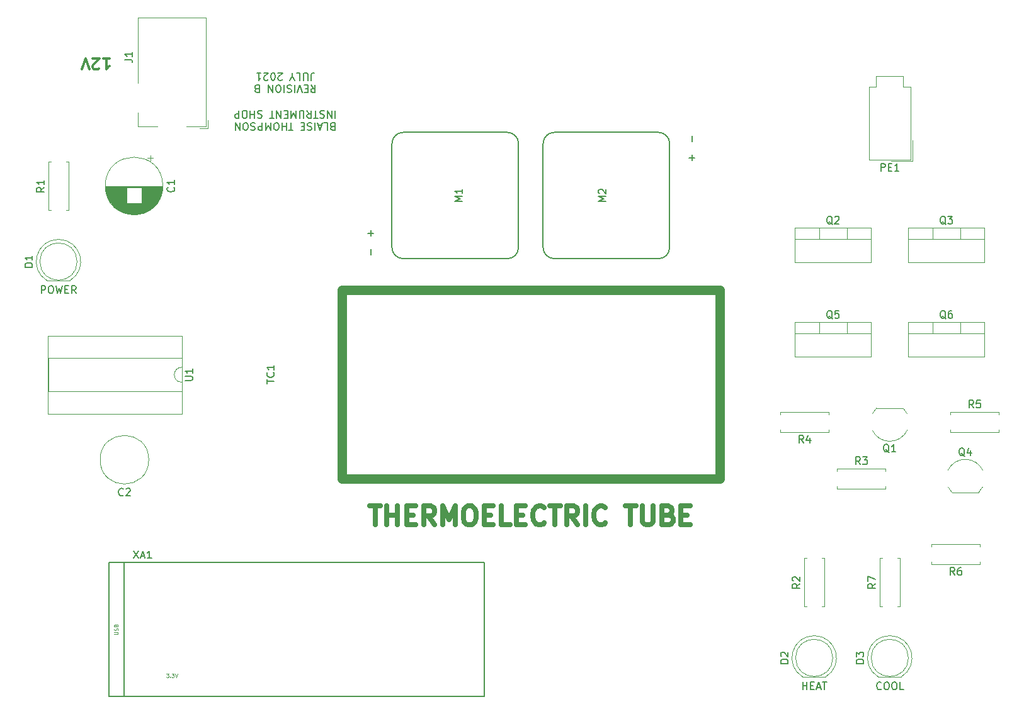
<source format=gbr>
From 9eb725941ec03b716ec8aa3311772bf98f978461 Mon Sep 17 00:00:00 2001
From: Blaise Thompson <blaise@untzag.com>
Date: Tue, 27 Jul 2021 17:01:50 -0500
Subject: LICENSE

---
 PCB/gerber/thermoelectric-tube-F_SilkS.gbr | 2170 ----------------------------
 1 file changed, 2170 deletions(-)
 delete mode 100644 PCB/gerber/thermoelectric-tube-F_SilkS.gbr

(limited to 'PCB/gerber/thermoelectric-tube-F_SilkS.gbr')

diff --git a/PCB/gerber/thermoelectric-tube-F_SilkS.gbr b/PCB/gerber/thermoelectric-tube-F_SilkS.gbr
deleted file mode 100644
index 43f67ee..0000000
--- a/PCB/gerber/thermoelectric-tube-F_SilkS.gbr
+++ /dev/null
@@ -1,2170 +0,0 @@
-G04 #@! TF.GenerationSoftware,KiCad,Pcbnew,5.1.8+dfsg1-1+b1*
-G04 #@! TF.CreationDate,2021-07-27T16:42:41-05:00*
-G04 #@! TF.ProjectId,thermoelectric-tube,74686572-6d6f-4656-9c65-63747269632d,B*
-G04 #@! TF.SameCoordinates,Original*
-G04 #@! TF.FileFunction,Legend,Top*
-G04 #@! TF.FilePolarity,Positive*
-%FSLAX46Y46*%
-G04 Gerber Fmt 4.6, Leading zero omitted, Abs format (unit mm)*
-G04 Created by KiCad (PCBNEW 5.1.8+dfsg1-1+b1) date 2021-07-27 16:42:41*
-%MOMM*%
-%LPD*%
-G01*
-G04 APERTURE LIST*
-%ADD10C,0.635000*%
-%ADD11C,0.150000*%
-%ADD12C,0.300000*%
-%ADD13C,1.270000*%
-%ADD14C,0.120000*%
-%ADD15C,0.075000*%
-G04 APERTURE END LIST*
-D10*
-X92649523Y-105289047D02*
-X94100952Y-105289047D01*
-X93375238Y-107829047D02*
-X93375238Y-105289047D01*
-X94947619Y-107829047D02*
-X94947619Y-105289047D01*
-X94947619Y-106498571D02*
-X96399047Y-106498571D01*
-X96399047Y-107829047D02*
-X96399047Y-105289047D01*
-X97608571Y-106498571D02*
-X98455238Y-106498571D01*
-X98818095Y-107829047D02*
-X97608571Y-107829047D01*
-X97608571Y-105289047D01*
-X98818095Y-105289047D01*
-X101358095Y-107829047D02*
-X100511428Y-106619523D01*
-X99906666Y-107829047D02*
-X99906666Y-105289047D01*
-X100874285Y-105289047D01*
-X101116190Y-105410000D01*
-X101237142Y-105530952D01*
-X101358095Y-105772857D01*
-X101358095Y-106135714D01*
-X101237142Y-106377619D01*
-X101116190Y-106498571D01*
-X100874285Y-106619523D01*
-X99906666Y-106619523D01*
-X102446666Y-107829047D02*
-X102446666Y-105289047D01*
-X103293333Y-107103333D01*
-X104140000Y-105289047D01*
-X104140000Y-107829047D01*
-X105833333Y-105289047D02*
-X106317142Y-105289047D01*
-X106559047Y-105410000D01*
-X106800952Y-105651904D01*
-X106921904Y-106135714D01*
-X106921904Y-106982380D01*
-X106800952Y-107466190D01*
-X106559047Y-107708095D01*
-X106317142Y-107829047D01*
-X105833333Y-107829047D01*
-X105591428Y-107708095D01*
-X105349523Y-107466190D01*
-X105228571Y-106982380D01*
-X105228571Y-106135714D01*
-X105349523Y-105651904D01*
-X105591428Y-105410000D01*
-X105833333Y-105289047D01*
-X108010476Y-106498571D02*
-X108857142Y-106498571D01*
-X109220000Y-107829047D02*
-X108010476Y-107829047D01*
-X108010476Y-105289047D01*
-X109220000Y-105289047D01*
-X111518095Y-107829047D02*
-X110308571Y-107829047D01*
-X110308571Y-105289047D01*
-X112364761Y-106498571D02*
-X113211428Y-106498571D01*
-X113574285Y-107829047D02*
-X112364761Y-107829047D01*
-X112364761Y-105289047D01*
-X113574285Y-105289047D01*
-X116114285Y-107587142D02*
-X115993333Y-107708095D01*
-X115630476Y-107829047D01*
-X115388571Y-107829047D01*
-X115025714Y-107708095D01*
-X114783809Y-107466190D01*
-X114662857Y-107224285D01*
-X114541904Y-106740476D01*
-X114541904Y-106377619D01*
-X114662857Y-105893809D01*
-X114783809Y-105651904D01*
-X115025714Y-105410000D01*
-X115388571Y-105289047D01*
-X115630476Y-105289047D01*
-X115993333Y-105410000D01*
-X116114285Y-105530952D01*
-X116840000Y-105289047D02*
-X118291428Y-105289047D01*
-X117565714Y-107829047D02*
-X117565714Y-105289047D01*
-X120589523Y-107829047D02*
-X119742857Y-106619523D01*
-X119138095Y-107829047D02*
-X119138095Y-105289047D01*
-X120105714Y-105289047D01*
-X120347619Y-105410000D01*
-X120468571Y-105530952D01*
-X120589523Y-105772857D01*
-X120589523Y-106135714D01*
-X120468571Y-106377619D01*
-X120347619Y-106498571D01*
-X120105714Y-106619523D01*
-X119138095Y-106619523D01*
-X121678095Y-107829047D02*
-X121678095Y-105289047D01*
-X124339047Y-107587142D02*
-X124218095Y-107708095D01*
-X123855238Y-107829047D01*
-X123613333Y-107829047D01*
-X123250476Y-107708095D01*
-X123008571Y-107466190D01*
-X122887619Y-107224285D01*
-X122766666Y-106740476D01*
-X122766666Y-106377619D01*
-X122887619Y-105893809D01*
-X123008571Y-105651904D01*
-X123250476Y-105410000D01*
-X123613333Y-105289047D01*
-X123855238Y-105289047D01*
-X124218095Y-105410000D01*
-X124339047Y-105530952D01*
-X127000000Y-105289047D02*
-X128451428Y-105289047D01*
-X127725714Y-107829047D02*
-X127725714Y-105289047D01*
-X129298095Y-105289047D02*
-X129298095Y-107345238D01*
-X129419047Y-107587142D01*
-X129540000Y-107708095D01*
-X129781904Y-107829047D01*
-X130265714Y-107829047D01*
-X130507619Y-107708095D01*
-X130628571Y-107587142D01*
-X130749523Y-107345238D01*
-X130749523Y-105289047D01*
-X132805714Y-106498571D02*
-X133168571Y-106619523D01*
-X133289523Y-106740476D01*
-X133410476Y-106982380D01*
-X133410476Y-107345238D01*
-X133289523Y-107587142D01*
-X133168571Y-107708095D01*
-X132926666Y-107829047D01*
-X131959047Y-107829047D01*
-X131959047Y-105289047D01*
-X132805714Y-105289047D01*
-X133047619Y-105410000D01*
-X133168571Y-105530952D01*
-X133289523Y-105772857D01*
-X133289523Y-106014761D01*
-X133168571Y-106256666D01*
-X133047619Y-106377619D01*
-X132805714Y-106498571D01*
-X131959047Y-106498571D01*
-X134499047Y-106498571D02*
-X135345714Y-106498571D01*
-X135708571Y-107829047D02*
-X134499047Y-107829047D01*
-X134499047Y-105289047D01*
-X135708571Y-105289047D01*
-D11*
-X87613333Y-54236428D02*
-X87470476Y-54188809D01*
-X87422857Y-54141190D01*
-X87375238Y-54045952D01*
-X87375238Y-53903095D01*
-X87422857Y-53807857D01*
-X87470476Y-53760238D01*
-X87565714Y-53712619D01*
-X87946666Y-53712619D01*
-X87946666Y-54712619D01*
-X87613333Y-54712619D01*
-X87518095Y-54665000D01*
-X87470476Y-54617380D01*
-X87422857Y-54522142D01*
-X87422857Y-54426904D01*
-X87470476Y-54331666D01*
-X87518095Y-54284047D01*
-X87613333Y-54236428D01*
-X87946666Y-54236428D01*
-X86470476Y-53712619D02*
-X86946666Y-53712619D01*
-X86946666Y-54712619D01*
-X86184761Y-53998333D02*
-X85708571Y-53998333D01*
-X86280000Y-53712619D02*
-X85946666Y-54712619D01*
-X85613333Y-53712619D01*
-X85280000Y-53712619D02*
-X85280000Y-54712619D01*
-X84851428Y-53760238D02*
-X84708571Y-53712619D01*
-X84470476Y-53712619D01*
-X84375238Y-53760238D01*
-X84327619Y-53807857D01*
-X84280000Y-53903095D01*
-X84280000Y-53998333D01*
-X84327619Y-54093571D01*
-X84375238Y-54141190D01*
-X84470476Y-54188809D01*
-X84660952Y-54236428D01*
-X84756190Y-54284047D01*
-X84803809Y-54331666D01*
-X84851428Y-54426904D01*
-X84851428Y-54522142D01*
-X84803809Y-54617380D01*
-X84756190Y-54665000D01*
-X84660952Y-54712619D01*
-X84422857Y-54712619D01*
-X84280000Y-54665000D01*
-X83851428Y-54236428D02*
-X83518095Y-54236428D01*
-X83375238Y-53712619D02*
-X83851428Y-53712619D01*
-X83851428Y-54712619D01*
-X83375238Y-54712619D01*
-X82327619Y-54712619D02*
-X81756190Y-54712619D01*
-X82041904Y-53712619D02*
-X82041904Y-54712619D01*
-X81422857Y-53712619D02*
-X81422857Y-54712619D01*
-X81422857Y-54236428D02*
-X80851428Y-54236428D01*
-X80851428Y-53712619D02*
-X80851428Y-54712619D01*
-X80184761Y-54712619D02*
-X79994285Y-54712619D01*
-X79899047Y-54665000D01*
-X79803809Y-54569761D01*
-X79756190Y-54379285D01*
-X79756190Y-54045952D01*
-X79803809Y-53855476D01*
-X79899047Y-53760238D01*
-X79994285Y-53712619D01*
-X80184761Y-53712619D01*
-X80280000Y-53760238D01*
-X80375238Y-53855476D01*
-X80422857Y-54045952D01*
-X80422857Y-54379285D01*
-X80375238Y-54569761D01*
-X80280000Y-54665000D01*
-X80184761Y-54712619D01*
-X79327619Y-53712619D02*
-X79327619Y-54712619D01*
-X78994285Y-53998333D01*
-X78660952Y-54712619D01*
-X78660952Y-53712619D01*
-X78184761Y-53712619D02*
-X78184761Y-54712619D01*
-X77803809Y-54712619D01*
-X77708571Y-54665000D01*
-X77660952Y-54617380D01*
-X77613333Y-54522142D01*
-X77613333Y-54379285D01*
-X77660952Y-54284047D01*
-X77708571Y-54236428D01*
-X77803809Y-54188809D01*
-X78184761Y-54188809D01*
-X77232380Y-53760238D02*
-X77089523Y-53712619D01*
-X76851428Y-53712619D01*
-X76756190Y-53760238D01*
-X76708571Y-53807857D01*
-X76660952Y-53903095D01*
-X76660952Y-53998333D01*
-X76708571Y-54093571D01*
-X76756190Y-54141190D01*
-X76851428Y-54188809D01*
-X77041904Y-54236428D01*
-X77137142Y-54284047D01*
-X77184761Y-54331666D01*
-X77232380Y-54426904D01*
-X77232380Y-54522142D01*
-X77184761Y-54617380D01*
-X77137142Y-54665000D01*
-X77041904Y-54712619D01*
-X76803809Y-54712619D01*
-X76660952Y-54665000D01*
-X76041904Y-54712619D02*
-X75851428Y-54712619D01*
-X75756190Y-54665000D01*
-X75660952Y-54569761D01*
-X75613333Y-54379285D01*
-X75613333Y-54045952D01*
-X75660952Y-53855476D01*
-X75756190Y-53760238D01*
-X75851428Y-53712619D01*
-X76041904Y-53712619D01*
-X76137142Y-53760238D01*
-X76232380Y-53855476D01*
-X76280000Y-54045952D01*
-X76280000Y-54379285D01*
-X76232380Y-54569761D01*
-X76137142Y-54665000D01*
-X76041904Y-54712619D01*
-X75184761Y-53712619D02*
-X75184761Y-54712619D01*
-X74613333Y-53712619D01*
-X74613333Y-54712619D01*
-X88018095Y-52062619D02*
-X88018095Y-53062619D01*
-X87541904Y-52062619D02*
-X87541904Y-53062619D01*
-X86970476Y-52062619D01*
-X86970476Y-53062619D01*
-X86541904Y-52110238D02*
-X86399047Y-52062619D01*
-X86160952Y-52062619D01*
-X86065714Y-52110238D01*
-X86018095Y-52157857D01*
-X85970476Y-52253095D01*
-X85970476Y-52348333D01*
-X86018095Y-52443571D01*
-X86065714Y-52491190D01*
-X86160952Y-52538809D01*
-X86351428Y-52586428D01*
-X86446666Y-52634047D01*
-X86494285Y-52681666D01*
-X86541904Y-52776904D01*
-X86541904Y-52872142D01*
-X86494285Y-52967380D01*
-X86446666Y-53015000D01*
-X86351428Y-53062619D01*
-X86113333Y-53062619D01*
-X85970476Y-53015000D01*
-X85684761Y-53062619D02*
-X85113333Y-53062619D01*
-X85399047Y-52062619D02*
-X85399047Y-53062619D01*
-X84208571Y-52062619D02*
-X84541904Y-52538809D01*
-X84780000Y-52062619D02*
-X84780000Y-53062619D01*
-X84399047Y-53062619D01*
-X84303809Y-53015000D01*
-X84256190Y-52967380D01*
-X84208571Y-52872142D01*
-X84208571Y-52729285D01*
-X84256190Y-52634047D01*
-X84303809Y-52586428D01*
-X84399047Y-52538809D01*
-X84780000Y-52538809D01*
-X83780000Y-53062619D02*
-X83780000Y-52253095D01*
-X83732380Y-52157857D01*
-X83684761Y-52110238D01*
-X83589523Y-52062619D01*
-X83399047Y-52062619D01*
-X83303809Y-52110238D01*
-X83256190Y-52157857D01*
-X83208571Y-52253095D01*
-X83208571Y-53062619D01*
-X82732380Y-52062619D02*
-X82732380Y-53062619D01*
-X82399047Y-52348333D01*
-X82065714Y-53062619D01*
-X82065714Y-52062619D01*
-X81589523Y-52586428D02*
-X81256190Y-52586428D01*
-X81113333Y-52062619D02*
-X81589523Y-52062619D01*
-X81589523Y-53062619D01*
-X81113333Y-53062619D01*
-X80684761Y-52062619D02*
-X80684761Y-53062619D01*
-X80113333Y-52062619D01*
-X80113333Y-53062619D01*
-X79780000Y-53062619D02*
-X79208571Y-53062619D01*
-X79494285Y-52062619D02*
-X79494285Y-53062619D01*
-X78160952Y-52110238D02*
-X78018095Y-52062619D01*
-X77780000Y-52062619D01*
-X77684761Y-52110238D01*
-X77637142Y-52157857D01*
-X77589523Y-52253095D01*
-X77589523Y-52348333D01*
-X77637142Y-52443571D01*
-X77684761Y-52491190D01*
-X77780000Y-52538809D01*
-X77970476Y-52586428D01*
-X78065714Y-52634047D01*
-X78113333Y-52681666D01*
-X78160952Y-52776904D01*
-X78160952Y-52872142D01*
-X78113333Y-52967380D01*
-X78065714Y-53015000D01*
-X77970476Y-53062619D01*
-X77732380Y-53062619D01*
-X77589523Y-53015000D01*
-X77160952Y-52062619D02*
-X77160952Y-53062619D01*
-X77160952Y-52586428D02*
-X76589523Y-52586428D01*
-X76589523Y-52062619D02*
-X76589523Y-53062619D01*
-X75922857Y-53062619D02*
-X75732380Y-53062619D01*
-X75637142Y-53015000D01*
-X75541904Y-52919761D01*
-X75494285Y-52729285D01*
-X75494285Y-52395952D01*
-X75541904Y-52205476D01*
-X75637142Y-52110238D01*
-X75732380Y-52062619D01*
-X75922857Y-52062619D01*
-X76018095Y-52110238D01*
-X76113333Y-52205476D01*
-X76160952Y-52395952D01*
-X76160952Y-52729285D01*
-X76113333Y-52919761D01*
-X76018095Y-53015000D01*
-X75922857Y-53062619D01*
-X75065714Y-52062619D02*
-X75065714Y-53062619D01*
-X74684761Y-53062619D01*
-X74589523Y-53015000D01*
-X74541904Y-52967380D01*
-X74494285Y-52872142D01*
-X74494285Y-52729285D01*
-X74541904Y-52634047D01*
-X74589523Y-52586428D01*
-X74684761Y-52538809D01*
-X75065714Y-52538809D01*
-X84732380Y-48632619D02*
-X85065714Y-49108809D01*
-X85303809Y-48632619D02*
-X85303809Y-49632619D01*
-X84922857Y-49632619D01*
-X84827619Y-49585000D01*
-X84780000Y-49537380D01*
-X84732380Y-49442142D01*
-X84732380Y-49299285D01*
-X84780000Y-49204047D01*
-X84827619Y-49156428D01*
-X84922857Y-49108809D01*
-X85303809Y-49108809D01*
-X84303809Y-49156428D02*
-X83970476Y-49156428D01*
-X83827619Y-48632619D02*
-X84303809Y-48632619D01*
-X84303809Y-49632619D01*
-X83827619Y-49632619D01*
-X83541904Y-49632619D02*
-X83208571Y-48632619D01*
-X82875238Y-49632619D01*
-X82541904Y-48632619D02*
-X82541904Y-49632619D01*
-X82113333Y-48680238D02*
-X81970476Y-48632619D01*
-X81732380Y-48632619D01*
-X81637142Y-48680238D01*
-X81589523Y-48727857D01*
-X81541904Y-48823095D01*
-X81541904Y-48918333D01*
-X81589523Y-49013571D01*
-X81637142Y-49061190D01*
-X81732380Y-49108809D01*
-X81922857Y-49156428D01*
-X82018095Y-49204047D01*
-X82065714Y-49251666D01*
-X82113333Y-49346904D01*
-X82113333Y-49442142D01*
-X82065714Y-49537380D01*
-X82018095Y-49585000D01*
-X81922857Y-49632619D01*
-X81684761Y-49632619D01*
-X81541904Y-49585000D01*
-X81113333Y-48632619D02*
-X81113333Y-49632619D01*
-X80446666Y-49632619D02*
-X80256190Y-49632619D01*
-X80160952Y-49585000D01*
-X80065714Y-49489761D01*
-X80018095Y-49299285D01*
-X80018095Y-48965952D01*
-X80065714Y-48775476D01*
-X80160952Y-48680238D01*
-X80256190Y-48632619D01*
-X80446666Y-48632619D01*
-X80541904Y-48680238D01*
-X80637142Y-48775476D01*
-X80684761Y-48965952D01*
-X80684761Y-49299285D01*
-X80637142Y-49489761D01*
-X80541904Y-49585000D01*
-X80446666Y-49632619D01*
-X79589523Y-48632619D02*
-X79589523Y-49632619D01*
-X79018095Y-48632619D01*
-X79018095Y-49632619D01*
-X77446666Y-49156428D02*
-X77303809Y-49108809D01*
-X77256190Y-49061190D01*
-X77208571Y-48965952D01*
-X77208571Y-48823095D01*
-X77256190Y-48727857D01*
-X77303809Y-48680238D01*
-X77399047Y-48632619D01*
-X77780000Y-48632619D01*
-X77780000Y-49632619D01*
-X77446666Y-49632619D01*
-X77351428Y-49585000D01*
-X77303809Y-49537380D01*
-X77256190Y-49442142D01*
-X77256190Y-49346904D01*
-X77303809Y-49251666D01*
-X77351428Y-49204047D01*
-X77446666Y-49156428D01*
-X77780000Y-49156428D01*
-X84780000Y-47982619D02*
-X84780000Y-47268333D01*
-X84827619Y-47125476D01*
-X84922857Y-47030238D01*
-X85065714Y-46982619D01*
-X85160952Y-46982619D01*
-X84303809Y-47982619D02*
-X84303809Y-47173095D01*
-X84256190Y-47077857D01*
-X84208571Y-47030238D01*
-X84113333Y-46982619D01*
-X83922857Y-46982619D01*
-X83827619Y-47030238D01*
-X83780000Y-47077857D01*
-X83732380Y-47173095D01*
-X83732380Y-47982619D01*
-X82780000Y-46982619D02*
-X83256190Y-46982619D01*
-X83256190Y-47982619D01*
-X82256190Y-47458809D02*
-X82256190Y-46982619D01*
-X82589523Y-47982619D02*
-X82256190Y-47458809D01*
-X81922857Y-47982619D01*
-X80875238Y-47887380D02*
-X80827619Y-47935000D01*
-X80732380Y-47982619D01*
-X80494285Y-47982619D01*
-X80399047Y-47935000D01*
-X80351428Y-47887380D01*
-X80303809Y-47792142D01*
-X80303809Y-47696904D01*
-X80351428Y-47554047D01*
-X80922857Y-46982619D01*
-X80303809Y-46982619D01*
-X79684761Y-47982619D02*
-X79589523Y-47982619D01*
-X79494285Y-47935000D01*
-X79446666Y-47887380D01*
-X79399047Y-47792142D01*
-X79351428Y-47601666D01*
-X79351428Y-47363571D01*
-X79399047Y-47173095D01*
-X79446666Y-47077857D01*
-X79494285Y-47030238D01*
-X79589523Y-46982619D01*
-X79684761Y-46982619D01*
-X79780000Y-47030238D01*
-X79827619Y-47077857D01*
-X79875238Y-47173095D01*
-X79922857Y-47363571D01*
-X79922857Y-47601666D01*
-X79875238Y-47792142D01*
-X79827619Y-47887380D01*
-X79780000Y-47935000D01*
-X79684761Y-47982619D01*
-X78970476Y-47887380D02*
-X78922857Y-47935000D01*
-X78827619Y-47982619D01*
-X78589523Y-47982619D01*
-X78494285Y-47935000D01*
-X78446666Y-47887380D01*
-X78399047Y-47792142D01*
-X78399047Y-47696904D01*
-X78446666Y-47554047D01*
-X79018095Y-46982619D01*
-X78399047Y-46982619D01*
-X77446666Y-46982619D02*
-X78018095Y-46982619D01*
-X77732380Y-46982619D02*
-X77732380Y-47982619D01*
-X77827619Y-47839761D01*
-X77922857Y-47744523D01*
-X78018095Y-47696904D01*
-D12*
-X56808571Y-45041428D02*
-X57665714Y-45041428D01*
-X57237142Y-45041428D02*
-X57237142Y-46541428D01*
-X57380000Y-46327142D01*
-X57522857Y-46184285D01*
-X57665714Y-46112857D01*
-X56237142Y-46398571D02*
-X56165714Y-46470000D01*
-X56022857Y-46541428D01*
-X55665714Y-46541428D01*
-X55522857Y-46470000D01*
-X55451428Y-46398571D01*
-X55380000Y-46255714D01*
-X55380000Y-46112857D01*
-X55451428Y-45898571D01*
-X56308571Y-45041428D01*
-X55380000Y-45041428D01*
-X54951428Y-46541428D02*
-X54451428Y-45041428D01*
-X53951428Y-46541428D01*
-D11*
-X161417142Y-129897142D02*
-X161369523Y-129944761D01*
-X161226666Y-129992380D01*
-X161131428Y-129992380D01*
-X160988571Y-129944761D01*
-X160893333Y-129849523D01*
-X160845714Y-129754285D01*
-X160798095Y-129563809D01*
-X160798095Y-129420952D01*
-X160845714Y-129230476D01*
-X160893333Y-129135238D01*
-X160988571Y-129040000D01*
-X161131428Y-128992380D01*
-X161226666Y-128992380D01*
-X161369523Y-129040000D01*
-X161417142Y-129087619D01*
-X162036190Y-128992380D02*
-X162226666Y-128992380D01*
-X162321904Y-129040000D01*
-X162417142Y-129135238D01*
-X162464761Y-129325714D01*
-X162464761Y-129659047D01*
-X162417142Y-129849523D01*
-X162321904Y-129944761D01*
-X162226666Y-129992380D01*
-X162036190Y-129992380D01*
-X161940952Y-129944761D01*
-X161845714Y-129849523D01*
-X161798095Y-129659047D01*
-X161798095Y-129325714D01*
-X161845714Y-129135238D01*
-X161940952Y-129040000D01*
-X162036190Y-128992380D01*
-X163083809Y-128992380D02*
-X163274285Y-128992380D01*
-X163369523Y-129040000D01*
-X163464761Y-129135238D01*
-X163512380Y-129325714D01*
-X163512380Y-129659047D01*
-X163464761Y-129849523D01*
-X163369523Y-129944761D01*
-X163274285Y-129992380D01*
-X163083809Y-129992380D01*
-X162988571Y-129944761D01*
-X162893333Y-129849523D01*
-X162845714Y-129659047D01*
-X162845714Y-129325714D01*
-X162893333Y-129135238D01*
-X162988571Y-129040000D01*
-X163083809Y-128992380D01*
-X164417142Y-129992380D02*
-X163940952Y-129992380D01*
-X163940952Y-128992380D01*
-X150852380Y-129992380D02*
-X150852380Y-128992380D01*
-X150852380Y-129468571D02*
-X151423809Y-129468571D01*
-X151423809Y-129992380D02*
-X151423809Y-128992380D01*
-X151900000Y-129468571D02*
-X152233333Y-129468571D01*
-X152376190Y-129992380D02*
-X151900000Y-129992380D01*
-X151900000Y-128992380D01*
-X152376190Y-128992380D01*
-X152757142Y-129706666D02*
-X153233333Y-129706666D01*
-X152661904Y-129992380D02*
-X152995238Y-128992380D01*
-X153328571Y-129992380D01*
-X153519047Y-128992380D02*
-X154090476Y-128992380D01*
-X153804761Y-129992380D02*
-X153804761Y-128992380D01*
-X48490476Y-76652380D02*
-X48490476Y-75652380D01*
-X48871428Y-75652380D01*
-X48966666Y-75700000D01*
-X49014285Y-75747619D01*
-X49061904Y-75842857D01*
-X49061904Y-75985714D01*
-X49014285Y-76080952D01*
-X48966666Y-76128571D01*
-X48871428Y-76176190D01*
-X48490476Y-76176190D01*
-X49680952Y-75652380D02*
-X49871428Y-75652380D01*
-X49966666Y-75700000D01*
-X50061904Y-75795238D01*
-X50109523Y-75985714D01*
-X50109523Y-76319047D01*
-X50061904Y-76509523D01*
-X49966666Y-76604761D01*
-X49871428Y-76652380D01*
-X49680952Y-76652380D01*
-X49585714Y-76604761D01*
-X49490476Y-76509523D01*
-X49442857Y-76319047D01*
-X49442857Y-75985714D01*
-X49490476Y-75795238D01*
-X49585714Y-75700000D01*
-X49680952Y-75652380D01*
-X50442857Y-75652380D02*
-X50680952Y-76652380D01*
-X50871428Y-75938095D01*
-X51061904Y-76652380D01*
-X51300000Y-75652380D01*
-X51680952Y-76128571D02*
-X52014285Y-76128571D01*
-X52157142Y-76652380D02*
-X51680952Y-76652380D01*
-X51680952Y-75652380D01*
-X52157142Y-75652380D01*
-X53157142Y-76652380D02*
-X52823809Y-76176190D01*
-X52585714Y-76652380D02*
-X52585714Y-75652380D01*
-X52966666Y-75652380D01*
-X53061904Y-75700000D01*
-X53109523Y-75747619D01*
-X53157142Y-75842857D01*
-X53157142Y-75985714D01*
-X53109523Y-76080952D01*
-X53061904Y-76128571D01*
-X52966666Y-76176190D01*
-X52585714Y-76176190D01*
-D13*
-X139700000Y-101600000D02*
-X139700000Y-76200000D01*
-X139700000Y-101600000D02*
-X88900000Y-101600000D01*
-X88900000Y-76200000D02*
-X139700000Y-76200000D01*
-X88900000Y-101600000D02*
-X88900000Y-76200000D01*
-D14*
-X165610000Y-58900000D02*
-X165610000Y-56050000D01*
-X162760000Y-58900000D02*
-X165610000Y-58900000D01*
-X160750000Y-47440000D02*
-X162560000Y-47440000D01*
-X160750000Y-48840000D02*
-X160750000Y-47440000D01*
-X159750000Y-48840000D02*
-X160750000Y-48840000D01*
-X159750000Y-58660000D02*
-X159750000Y-48840000D01*
-X162560000Y-58660000D02*
-X159750000Y-58660000D01*
-X164370000Y-47440000D02*
-X162560000Y-47440000D01*
-X164370000Y-48840000D02*
-X164370000Y-47440000D01*
-X165370000Y-48840000D02*
-X164370000Y-48840000D01*
-X165370000Y-58660000D02*
-X165370000Y-48840000D01*
-X162560000Y-58660000D02*
-X165370000Y-58660000D01*
-D11*
-X57580000Y-130920000D02*
-X108060000Y-130920000D01*
-X59580000Y-112920000D02*
-X59580000Y-130920000D01*
-X57580000Y-112886000D02*
-X108060000Y-112886000D01*
-X108060000Y-112920000D02*
-X108060000Y-130920000D01*
-X57580000Y-112886000D02*
-X57580000Y-130920000D01*
-X132960000Y-56500000D02*
-X132960000Y-70500000D01*
-X117460000Y-55000000D02*
-X131460000Y-55000000D01*
-X115960000Y-70500000D02*
-X115960000Y-56500000D01*
-X131460000Y-72000000D02*
-X117460000Y-72000000D01*
-X117460000Y-72000000D02*
-G75*
-G02*
-X115960000Y-70500000I0J1500000D01*
-G01*
-X115960000Y-56500000D02*
-G75*
-G02*
-X117460000Y-55000000I1500000J0D01*
-G01*
-X131460000Y-55000000D02*
-G75*
-G02*
-X132960000Y-56500000I0J-1500000D01*
-G01*
-X132960000Y-70500000D02*
-G75*
-G02*
-X131460000Y-72000000I-1500000J0D01*
-G01*
-X95640000Y-70500000D02*
-X95640000Y-56500000D01*
-X111140000Y-72000000D02*
-X97140000Y-72000000D01*
-X112640000Y-56500000D02*
-X112640000Y-70500000D01*
-X97140000Y-55000000D02*
-X111140000Y-55000000D01*
-X111140000Y-55000000D02*
-G75*
-G02*
-X112640000Y-56500000I0J-1500000D01*
-G01*
-X112640000Y-70500000D02*
-G75*
-G02*
-X111140000Y-72000000I-1500000J0D01*
-G01*
-X97140000Y-72000000D02*
-G75*
-G02*
-X95640000Y-70500000I0J1500000D01*
-G01*
-X95640000Y-56500000D02*
-G75*
-G02*
-X97140000Y-55000000I1500000J0D01*
-G01*
-D14*
-X168180000Y-110390000D02*
-X168180000Y-110720000D01*
-X174720000Y-110390000D02*
-X168180000Y-110390000D01*
-X174720000Y-110720000D02*
-X174720000Y-110390000D01*
-X168180000Y-113130000D02*
-X168180000Y-112800000D01*
-X174720000Y-113130000D02*
-X168180000Y-113130000D01*
-X174720000Y-112800000D02*
-X174720000Y-113130000D01*
-X170920000Y-103450000D02*
-X174520000Y-103450000D01*
-X175044184Y-102722795D02*
-G75*
-G02*
-X174520000Y-103450000I-2324184J1122795D01*
-G01*
-X175076400Y-100501193D02*
-G75*
-G03*
-X172720000Y-99000000I-2356400J-1098807D01*
-G01*
-X170363600Y-100501193D02*
-G75*
-G02*
-X172720000Y-99000000I2356400J-1098807D01*
-G01*
-X170395816Y-102722795D02*
-G75*
-G03*
-X170920000Y-103450000I2324184J1122795D01*
-G01*
-X164360000Y-92130000D02*
-X160760000Y-92130000D01*
-X160235816Y-92857205D02*
-G75*
-G02*
-X160760000Y-92130000I2324184J-1122795D01*
-G01*
-X160203600Y-95078807D02*
-G75*
-G03*
-X162560000Y-96580000I2356400J1098807D01*
-G01*
-X164916400Y-95078807D02*
-G75*
-G02*
-X162560000Y-96580000I-2356400J1098807D01*
-G01*
-X164884184Y-92857205D02*
-G75*
-G03*
-X164360000Y-92130000I-2324184J-1122795D01*
-G01*
-X67430000Y-92880000D02*
-X67430000Y-82380000D01*
-X49410000Y-92880000D02*
-X67430000Y-92880000D01*
-X49410000Y-82380000D02*
-X49410000Y-92880000D01*
-X67430000Y-82380000D02*
-X49410000Y-82380000D01*
-X67370000Y-89880000D02*
-X67370000Y-88630000D01*
-X49470000Y-89880000D02*
-X67370000Y-89880000D01*
-X49470000Y-85380000D02*
-X49470000Y-89880000D01*
-X67370000Y-85380000D02*
-X49470000Y-85380000D01*
-X67370000Y-86630000D02*
-X67370000Y-85380000D01*
-X67370000Y-88630000D02*
-G75*
-G02*
-X67370000Y-86630000I0J1000000D01*
-G01*
-X163930000Y-112300000D02*
-X163600000Y-112300000D01*
-X163930000Y-118840000D02*
-X163930000Y-112300000D01*
-X163600000Y-118840000D02*
-X163930000Y-118840000D01*
-X161190000Y-112300000D02*
-X161520000Y-112300000D01*
-X161190000Y-118840000D02*
-X161190000Y-112300000D01*
-X161520000Y-118840000D02*
-X161190000Y-118840000D01*
-X177260000Y-95350000D02*
-X177260000Y-95020000D01*
-X170720000Y-95350000D02*
-X177260000Y-95350000D01*
-X170720000Y-95020000D02*
-X170720000Y-95350000D01*
-X177260000Y-92610000D02*
-X177260000Y-92940000D01*
-X170720000Y-92610000D02*
-X177260000Y-92610000D01*
-X170720000Y-92940000D02*
-X170720000Y-92610000D01*
-X147860000Y-92610000D02*
-X147860000Y-92940000D01*
-X154400000Y-92610000D02*
-X147860000Y-92610000D01*
-X154400000Y-92940000D02*
-X154400000Y-92610000D01*
-X147860000Y-95350000D02*
-X147860000Y-95020000D01*
-X154400000Y-95350000D02*
-X147860000Y-95350000D01*
-X154400000Y-95020000D02*
-X154400000Y-95350000D01*
-X162020000Y-102970000D02*
-X162020000Y-102640000D01*
-X155480000Y-102970000D02*
-X162020000Y-102970000D01*
-X155480000Y-102640000D02*
-X155480000Y-102970000D01*
-X162020000Y-100230000D02*
-X162020000Y-100560000D01*
-X155480000Y-100230000D02*
-X162020000Y-100230000D01*
-X155480000Y-100560000D02*
-X155480000Y-100230000D01*
-X153770000Y-112300000D02*
-X153440000Y-112300000D01*
-X153770000Y-118840000D02*
-X153770000Y-112300000D01*
-X153440000Y-118840000D02*
-X153770000Y-118840000D01*
-X151030000Y-112300000D02*
-X151360000Y-112300000D01*
-X151030000Y-118840000D02*
-X151030000Y-112300000D01*
-X151360000Y-118840000D02*
-X151030000Y-118840000D01*
-X52170000Y-58960000D02*
-X51840000Y-58960000D01*
-X52170000Y-65500000D02*
-X52170000Y-58960000D01*
-X51840000Y-65500000D02*
-X52170000Y-65500000D01*
-X49430000Y-58960000D02*
-X49760000Y-58960000D01*
-X49430000Y-65500000D02*
-X49430000Y-58960000D01*
-X49760000Y-65500000D02*
-X49430000Y-65500000D01*
-X172031000Y-80550000D02*
-X172031000Y-82060000D01*
-X168330000Y-80550000D02*
-X168330000Y-82060000D01*
-X165060000Y-82060000D02*
-X175300000Y-82060000D01*
-X175300000Y-80550000D02*
-X175300000Y-85191000D01*
-X165060000Y-80550000D02*
-X165060000Y-85191000D01*
-X165060000Y-85191000D02*
-X175300000Y-85191000D01*
-X165060000Y-80550000D02*
-X175300000Y-80550000D01*
-X156791000Y-80550000D02*
-X156791000Y-82060000D01*
-X153090000Y-80550000D02*
-X153090000Y-82060000D01*
-X149820000Y-82060000D02*
-X160060000Y-82060000D01*
-X160060000Y-80550000D02*
-X160060000Y-85191000D01*
-X149820000Y-80550000D02*
-X149820000Y-85191000D01*
-X149820000Y-85191000D02*
-X160060000Y-85191000D01*
-X149820000Y-80550000D02*
-X160060000Y-80550000D01*
-X172031000Y-67850000D02*
-X172031000Y-69360000D01*
-X168330000Y-67850000D02*
-X168330000Y-69360000D01*
-X165060000Y-69360000D02*
-X175300000Y-69360000D01*
-X175300000Y-67850000D02*
-X175300000Y-72491000D01*
-X165060000Y-67850000D02*
-X165060000Y-72491000D01*
-X165060000Y-72491000D02*
-X175300000Y-72491000D01*
-X165060000Y-67850000D02*
-X175300000Y-67850000D01*
-X156791000Y-67850000D02*
-X156791000Y-69360000D01*
-X153090000Y-67850000D02*
-X153090000Y-69360000D01*
-X149820000Y-69360000D02*
-X160060000Y-69360000D01*
-X160060000Y-67850000D02*
-X160060000Y-72491000D01*
-X149820000Y-67850000D02*
-X149820000Y-72491000D01*
-X149820000Y-72491000D02*
-X160060000Y-72491000D01*
-X149820000Y-67850000D02*
-X160060000Y-67850000D01*
-X70640000Y-54240000D02*
-X68040000Y-54240000D01*
-X70640000Y-39540000D02*
-X70640000Y-54240000D01*
-X61440000Y-54240000D02*
-X61440000Y-52340000D01*
-X64140000Y-54240000D02*
-X61440000Y-54240000D01*
-X61440000Y-39540000D02*
-X70640000Y-39540000D01*
-X61440000Y-48340000D02*
-X61440000Y-39540000D01*
-X70840000Y-53390000D02*
-X70840000Y-54440000D01*
-X69790000Y-54440000D02*
-X70840000Y-54440000D01*
-X161015000Y-128290000D02*
-X164105000Y-128290000D01*
-X165060000Y-125730000D02*
-G75*
-G03*
-X165060000Y-125730000I-2500000J0D01*
-G01*
-X162559538Y-122740000D02*
-G75*
-G02*
-X164104830Y-128290000I462J-2990000D01*
-G01*
-X162560462Y-122740000D02*
-G75*
-G03*
-X161015170Y-128290000I-462J-2990000D01*
-G01*
-X150855000Y-128290000D02*
-X153945000Y-128290000D01*
-X154900000Y-125730000D02*
-G75*
-G03*
-X154900000Y-125730000I-2500000J0D01*
-G01*
-X152399538Y-122740000D02*
-G75*
-G02*
-X153944830Y-128290000I462J-2990000D01*
-G01*
-X152400462Y-122740000D02*
-G75*
-G03*
-X150855170Y-128290000I-462J-2990000D01*
-G01*
-X49255000Y-74950000D02*
-X52345000Y-74950000D01*
-X53300000Y-72390000D02*
-G75*
-G03*
-X53300000Y-72390000I-2500000J0D01*
-G01*
-X50799538Y-69400000D02*
-G75*
-G02*
-X52344830Y-74950000I462J-2990000D01*
-G01*
-X50800462Y-69400000D02*
-G75*
-G03*
-X49255170Y-74950000I-462J-2990000D01*
-G01*
-X62940000Y-99060000D02*
-G75*
-G03*
-X62940000Y-99060000I-3270000J0D01*
-G01*
-X63510000Y-58442789D02*
-X62760000Y-58442789D01*
-X63135000Y-58067789D02*
-X63135000Y-58817789D01*
-X61401000Y-66051000D02*
-X60519000Y-66051000D01*
-X61653000Y-66011000D02*
-X60267000Y-66011000D01*
-X61837000Y-65971000D02*
-X60083000Y-65971000D01*
-X61988000Y-65931000D02*
-X59932000Y-65931000D01*
-X62118000Y-65891000D02*
-X59802000Y-65891000D01*
-X62235000Y-65851000D02*
-X59685000Y-65851000D01*
-X62341000Y-65811000D02*
-X59579000Y-65811000D01*
-X62438000Y-65771000D02*
-X59482000Y-65771000D01*
-X62529000Y-65731000D02*
-X59391000Y-65731000D01*
-X62614000Y-65691000D02*
-X59306000Y-65691000D01*
-X62693000Y-65651000D02*
-X59227000Y-65651000D01*
-X62769000Y-65611000D02*
-X59151000Y-65611000D01*
-X62841000Y-65571000D02*
-X59079000Y-65571000D01*
-X62909000Y-65531000D02*
-X59011000Y-65531000D01*
-X62974000Y-65491000D02*
-X58946000Y-65491000D01*
-X63037000Y-65451000D02*
-X58883000Y-65451000D01*
-X63097000Y-65411000D02*
-X58823000Y-65411000D01*
-X63155000Y-65371000D02*
-X58765000Y-65371000D01*
-X63210000Y-65331000D02*
-X58710000Y-65331000D01*
-X63264000Y-65291000D02*
-X58656000Y-65291000D01*
-X63315000Y-65251000D02*
-X58605000Y-65251000D01*
-X63365000Y-65211000D02*
-X58555000Y-65211000D01*
-X63414000Y-65171000D02*
-X58506000Y-65171000D01*
-X63460000Y-65131000D02*
-X58460000Y-65131000D01*
-X63506000Y-65091000D02*
-X58414000Y-65091000D01*
-X63549000Y-65051000D02*
-X58371000Y-65051000D01*
-X63592000Y-65011000D02*
-X58328000Y-65011000D01*
-X63633000Y-64971000D02*
-X58287000Y-64971000D01*
-X63673000Y-64931000D02*
-X58247000Y-64931000D01*
-X63712000Y-64891000D02*
-X58208000Y-64891000D01*
-X63750000Y-64851000D02*
-X58170000Y-64851000D01*
-X63787000Y-64811000D02*
-X58133000Y-64811000D01*
-X63823000Y-64771000D02*
-X58097000Y-64771000D01*
-X63858000Y-64731000D02*
-X58062000Y-64731000D01*
-X63891000Y-64691000D02*
-X58029000Y-64691000D01*
-X63924000Y-64651000D02*
-X57996000Y-64651000D01*
-X63956000Y-64611000D02*
-X57964000Y-64611000D01*
-X63988000Y-64571000D02*
-X57932000Y-64571000D01*
-X64018000Y-64531000D02*
-X57902000Y-64531000D01*
-X59920000Y-64491000D02*
-X57872000Y-64491000D01*
-X64048000Y-64491000D02*
-X62000000Y-64491000D01*
-X59920000Y-64451000D02*
-X57844000Y-64451000D01*
-X64076000Y-64451000D02*
-X62000000Y-64451000D01*
-X59920000Y-64411000D02*
-X57816000Y-64411000D01*
-X64104000Y-64411000D02*
-X62000000Y-64411000D01*
-X59920000Y-64371000D02*
-X57788000Y-64371000D01*
-X64132000Y-64371000D02*
-X62000000Y-64371000D01*
-X59920000Y-64331000D02*
-X57762000Y-64331000D01*
-X64158000Y-64331000D02*
-X62000000Y-64331000D01*
-X59920000Y-64291000D02*
-X57736000Y-64291000D01*
-X64184000Y-64291000D02*
-X62000000Y-64291000D01*
-X59920000Y-64251000D02*
-X57711000Y-64251000D01*
-X64209000Y-64251000D02*
-X62000000Y-64251000D01*
-X59920000Y-64211000D02*
-X57686000Y-64211000D01*
-X64234000Y-64211000D02*
-X62000000Y-64211000D01*
-X59920000Y-64171000D02*
-X57663000Y-64171000D01*
-X64257000Y-64171000D02*
-X62000000Y-64171000D01*
-X59920000Y-64131000D02*
-X57639000Y-64131000D01*
-X64281000Y-64131000D02*
-X62000000Y-64131000D01*
-X59920000Y-64091000D02*
-X57617000Y-64091000D01*
-X64303000Y-64091000D02*
-X62000000Y-64091000D01*
-X59920000Y-64051000D02*
-X57595000Y-64051000D01*
-X64325000Y-64051000D02*
-X62000000Y-64051000D01*
-X59920000Y-64011000D02*
-X57574000Y-64011000D01*
-X64346000Y-64011000D02*
-X62000000Y-64011000D01*
-X59920000Y-63971000D02*
-X57553000Y-63971000D01*
-X64367000Y-63971000D02*
-X62000000Y-63971000D01*
-X59920000Y-63931000D02*
-X57533000Y-63931000D01*
-X64387000Y-63931000D02*
-X62000000Y-63931000D01*
-X59920000Y-63891000D02*
-X57513000Y-63891000D01*
-X64407000Y-63891000D02*
-X62000000Y-63891000D01*
-X59920000Y-63851000D02*
-X57494000Y-63851000D01*
-X64426000Y-63851000D02*
-X62000000Y-63851000D01*
-X59920000Y-63811000D02*
-X57476000Y-63811000D01*
-X64444000Y-63811000D02*
-X62000000Y-63811000D01*
-X59920000Y-63771000D02*
-X57458000Y-63771000D01*
-X64462000Y-63771000D02*
-X62000000Y-63771000D01*
-X59920000Y-63731000D02*
-X57440000Y-63731000D01*
-X64480000Y-63731000D02*
-X62000000Y-63731000D01*
-X59920000Y-63691000D02*
-X57424000Y-63691000D01*
-X64496000Y-63691000D02*
-X62000000Y-63691000D01*
-X59920000Y-63651000D02*
-X57407000Y-63651000D01*
-X64513000Y-63651000D02*
-X62000000Y-63651000D01*
-X59920000Y-63611000D02*
-X57392000Y-63611000D01*
-X64528000Y-63611000D02*
-X62000000Y-63611000D01*
-X59920000Y-63571000D02*
-X57376000Y-63571000D01*
-X64544000Y-63571000D02*
-X62000000Y-63571000D01*
-X59920000Y-63531000D02*
-X57362000Y-63531000D01*
-X64558000Y-63531000D02*
-X62000000Y-63531000D01*
-X59920000Y-63491000D02*
-X57347000Y-63491000D01*
-X64573000Y-63491000D02*
-X62000000Y-63491000D01*
-X59920000Y-63451000D02*
-X57334000Y-63451000D01*
-X64586000Y-63451000D02*
-X62000000Y-63451000D01*
-X59920000Y-63411000D02*
-X57320000Y-63411000D01*
-X64600000Y-63411000D02*
-X62000000Y-63411000D01*
-X59920000Y-63371000D02*
-X57307000Y-63371000D01*
-X64613000Y-63371000D02*
-X62000000Y-63371000D01*
-X59920000Y-63331000D02*
-X57295000Y-63331000D01*
-X64625000Y-63331000D02*
-X62000000Y-63331000D01*
-X59920000Y-63291000D02*
-X57283000Y-63291000D01*
-X64637000Y-63291000D02*
-X62000000Y-63291000D01*
-X59920000Y-63251000D02*
-X57272000Y-63251000D01*
-X64648000Y-63251000D02*
-X62000000Y-63251000D01*
-X59920000Y-63211000D02*
-X57261000Y-63211000D01*
-X64659000Y-63211000D02*
-X62000000Y-63211000D01*
-X59920000Y-63171000D02*
-X57250000Y-63171000D01*
-X64670000Y-63171000D02*
-X62000000Y-63171000D01*
-X59920000Y-63131000D02*
-X57240000Y-63131000D01*
-X64680000Y-63131000D02*
-X62000000Y-63131000D01*
-X59920000Y-63091000D02*
-X57231000Y-63091000D01*
-X64689000Y-63091000D02*
-X62000000Y-63091000D01*
-X59920000Y-63051000D02*
-X57222000Y-63051000D01*
-X64698000Y-63051000D02*
-X62000000Y-63051000D01*
-X59920000Y-63011000D02*
-X57213000Y-63011000D01*
-X64707000Y-63011000D02*
-X62000000Y-63011000D01*
-X59920000Y-62971000D02*
-X57205000Y-62971000D01*
-X64715000Y-62971000D02*
-X62000000Y-62971000D01*
-X59920000Y-62931000D02*
-X57197000Y-62931000D01*
-X64723000Y-62931000D02*
-X62000000Y-62931000D01*
-X59920000Y-62890000D02*
-X57190000Y-62890000D01*
-X64730000Y-62890000D02*
-X62000000Y-62890000D01*
-X59920000Y-62850000D02*
-X57183000Y-62850000D01*
-X64737000Y-62850000D02*
-X62000000Y-62850000D01*
-X59920000Y-62810000D02*
-X57176000Y-62810000D01*
-X64744000Y-62810000D02*
-X62000000Y-62810000D01*
-X59920000Y-62770000D02*
-X57170000Y-62770000D01*
-X64750000Y-62770000D02*
-X62000000Y-62770000D01*
-X59920000Y-62730000D02*
-X57165000Y-62730000D01*
-X64755000Y-62730000D02*
-X62000000Y-62730000D01*
-X59920000Y-62690000D02*
-X57159000Y-62690000D01*
-X64761000Y-62690000D02*
-X62000000Y-62690000D01*
-X59920000Y-62650000D02*
-X57155000Y-62650000D01*
-X64765000Y-62650000D02*
-X62000000Y-62650000D01*
-X59920000Y-62610000D02*
-X57150000Y-62610000D01*
-X64770000Y-62610000D02*
-X62000000Y-62610000D01*
-X59920000Y-62570000D02*
-X57146000Y-62570000D01*
-X64774000Y-62570000D02*
-X62000000Y-62570000D01*
-X59920000Y-62530000D02*
-X57143000Y-62530000D01*
-X64777000Y-62530000D02*
-X62000000Y-62530000D01*
-X59920000Y-62490000D02*
-X57140000Y-62490000D01*
-X64780000Y-62490000D02*
-X62000000Y-62490000D01*
-X59920000Y-62450000D02*
-X57137000Y-62450000D01*
-X64783000Y-62450000D02*
-X62000000Y-62450000D01*
-X64785000Y-62410000D02*
-X57135000Y-62410000D01*
-X64787000Y-62370000D02*
-X57133000Y-62370000D01*
-X64789000Y-62330000D02*
-X57131000Y-62330000D01*
-X64790000Y-62290000D02*
-X57130000Y-62290000D01*
-X64790000Y-62250000D02*
-X57130000Y-62250000D01*
-X64790000Y-62210000D02*
-X57130000Y-62210000D01*
-X64830000Y-62210000D02*
-G75*
-G03*
-X64830000Y-62210000I-3870000J0D01*
-G01*
-D11*
-X78802380Y-88801904D02*
-X78802380Y-88230476D01*
-X79802380Y-88516190D02*
-X78802380Y-88516190D01*
-X79707142Y-87325714D02*
-X79754761Y-87373333D01*
-X79802380Y-87516190D01*
-X79802380Y-87611428D01*
-X79754761Y-87754285D01*
-X79659523Y-87849523D01*
-X79564285Y-87897142D01*
-X79373809Y-87944761D01*
-X79230952Y-87944761D01*
-X79040476Y-87897142D01*
-X78945238Y-87849523D01*
-X78850000Y-87754285D01*
-X78802380Y-87611428D01*
-X78802380Y-87516190D01*
-X78850000Y-87373333D01*
-X78897619Y-87325714D01*
-X79802380Y-86373333D02*
-X79802380Y-86944761D01*
-X79802380Y-86659047D02*
-X78802380Y-86659047D01*
-X78945238Y-86754285D01*
-X79040476Y-86849523D01*
-X79088095Y-86944761D01*
-X161369523Y-60202380D02*
-X161369523Y-59202380D01*
-X161750476Y-59202380D01*
-X161845714Y-59250000D01*
-X161893333Y-59297619D01*
-X161940952Y-59392857D01*
-X161940952Y-59535714D01*
-X161893333Y-59630952D01*
-X161845714Y-59678571D01*
-X161750476Y-59726190D01*
-X161369523Y-59726190D01*
-X162369523Y-59678571D02*
-X162702857Y-59678571D01*
-X162845714Y-60202380D02*
-X162369523Y-60202380D01*
-X162369523Y-59202380D01*
-X162845714Y-59202380D01*
-X163798095Y-60202380D02*
-X163226666Y-60202380D01*
-X163512380Y-60202380D02*
-X163512380Y-59202380D01*
-X163417142Y-59345238D01*
-X163321904Y-59440476D01*
-X163226666Y-59488095D01*
-X60881904Y-111322380D02*
-X61548571Y-112322380D01*
-X61548571Y-111322380D02*
-X60881904Y-112322380D01*
-X61881904Y-112036666D02*
-X62358095Y-112036666D01*
-X61786666Y-112322380D02*
-X62120000Y-111322380D01*
-X62453333Y-112322380D01*
-X63310476Y-112322380D02*
-X62739047Y-112322380D01*
-X63024761Y-112322380D02*
-X63024761Y-111322380D01*
-X62929523Y-111465238D01*
-X62834285Y-111560476D01*
-X62739047Y-111608095D01*
-D15*
-X58290190Y-122533952D02*
-X58694952Y-122533952D01*
-X58742571Y-122510142D01*
-X58766380Y-122486333D01*
-X58790190Y-122438714D01*
-X58790190Y-122343476D01*
-X58766380Y-122295857D01*
-X58742571Y-122272047D01*
-X58694952Y-122248238D01*
-X58290190Y-122248238D01*
-X58766380Y-122033952D02*
-X58790190Y-121962523D01*
-X58790190Y-121843476D01*
-X58766380Y-121795857D01*
-X58742571Y-121772047D01*
-X58694952Y-121748238D01*
-X58647333Y-121748238D01*
-X58599714Y-121772047D01*
-X58575904Y-121795857D01*
-X58552095Y-121843476D01*
-X58528285Y-121938714D01*
-X58504476Y-121986333D01*
-X58480666Y-122010142D01*
-X58433047Y-122033952D01*
-X58385428Y-122033952D01*
-X58337809Y-122010142D01*
-X58314000Y-121986333D01*
-X58290190Y-121938714D01*
-X58290190Y-121819666D01*
-X58314000Y-121748238D01*
-X58528285Y-121367285D02*
-X58552095Y-121295857D01*
-X58575904Y-121272047D01*
-X58623523Y-121248238D01*
-X58694952Y-121248238D01*
-X58742571Y-121272047D01*
-X58766380Y-121295857D01*
-X58790190Y-121343476D01*
-X58790190Y-121533952D01*
-X58290190Y-121533952D01*
-X58290190Y-121367285D01*
-X58314000Y-121319666D01*
-X58337809Y-121295857D01*
-X58385428Y-121272047D01*
-X58433047Y-121272047D01*
-X58480666Y-121295857D01*
-X58504476Y-121319666D01*
-X58528285Y-121367285D01*
-X58528285Y-121533952D01*
-X65301904Y-127852190D02*
-X65611428Y-127852190D01*
-X65444761Y-128042666D01*
-X65516190Y-128042666D01*
-X65563809Y-128066476D01*
-X65587619Y-128090285D01*
-X65611428Y-128137904D01*
-X65611428Y-128256952D01*
-X65587619Y-128304571D01*
-X65563809Y-128328380D01*
-X65516190Y-128352190D01*
-X65373333Y-128352190D01*
-X65325714Y-128328380D01*
-X65301904Y-128304571D01*
-X65825714Y-128304571D02*
-X65849523Y-128328380D01*
-X65825714Y-128352190D01*
-X65801904Y-128328380D01*
-X65825714Y-128304571D01*
-X65825714Y-128352190D01*
-X66016190Y-127852190D02*
-X66325714Y-127852190D01*
-X66159047Y-128042666D01*
-X66230476Y-128042666D01*
-X66278095Y-128066476D01*
-X66301904Y-128090285D01*
-X66325714Y-128137904D01*
-X66325714Y-128256952D01*
-X66301904Y-128304571D01*
-X66278095Y-128328380D01*
-X66230476Y-128352190D01*
-X66087619Y-128352190D01*
-X66040000Y-128328380D01*
-X66016190Y-128304571D01*
-X66468571Y-127852190D02*
-X66635238Y-128352190D01*
-X66801904Y-127852190D01*
-D11*
-X124412380Y-64309523D02*
-X123412380Y-64309523D01*
-X124126666Y-63976190D01*
-X123412380Y-63642857D01*
-X124412380Y-63642857D01*
-X123507619Y-63214285D02*
-X123460000Y-63166666D01*
-X123412380Y-63071428D01*
-X123412380Y-62833333D01*
-X123460000Y-62738095D01*
-X123507619Y-62690476D01*
-X123602857Y-62642857D01*
-X123698095Y-62642857D01*
-X123840952Y-62690476D01*
-X124412380Y-63261904D01*
-X124412380Y-62642857D01*
-X135961428Y-56260952D02*
-X135961428Y-55499047D01*
-X135961428Y-58800952D02*
-X135961428Y-58039047D01*
-X136342380Y-58420000D02*
-X135580476Y-58420000D01*
-X105092380Y-64309523D02*
-X104092380Y-64309523D01*
-X104806666Y-63976190D01*
-X104092380Y-63642857D01*
-X105092380Y-63642857D01*
-X105092380Y-62642857D02*
-X105092380Y-63214285D01*
-X105092380Y-62928571D02*
-X104092380Y-62928571D01*
-X104235238Y-63023809D01*
-X104330476Y-63119047D01*
-X104378095Y-63214285D01*
-X92781428Y-71500952D02*
-X92781428Y-70739047D01*
-X92781428Y-68960952D02*
-X92781428Y-68199047D01*
-X93162380Y-68580000D02*
-X92400476Y-68580000D01*
-X171283333Y-114582380D02*
-X170950000Y-114106190D01*
-X170711904Y-114582380D02*
-X170711904Y-113582380D01*
-X171092857Y-113582380D01*
-X171188095Y-113630000D01*
-X171235714Y-113677619D01*
-X171283333Y-113772857D01*
-X171283333Y-113915714D01*
-X171235714Y-114010952D01*
-X171188095Y-114058571D01*
-X171092857Y-114106190D01*
-X170711904Y-114106190D01*
-X172140476Y-113582380D02*
-X171950000Y-113582380D01*
-X171854761Y-113630000D01*
-X171807142Y-113677619D01*
-X171711904Y-113820476D01*
-X171664285Y-114010952D01*
-X171664285Y-114391904D01*
-X171711904Y-114487142D01*
-X171759523Y-114534761D01*
-X171854761Y-114582380D01*
-X172045238Y-114582380D01*
-X172140476Y-114534761D01*
-X172188095Y-114487142D01*
-X172235714Y-114391904D01*
-X172235714Y-114153809D01*
-X172188095Y-114058571D01*
-X172140476Y-114010952D01*
-X172045238Y-113963333D01*
-X171854761Y-113963333D01*
-X171759523Y-114010952D01*
-X171711904Y-114058571D01*
-X171664285Y-114153809D01*
-X172624761Y-98587619D02*
-X172529523Y-98540000D01*
-X172434285Y-98444761D01*
-X172291428Y-98301904D01*
-X172196190Y-98254285D01*
-X172100952Y-98254285D01*
-X172148571Y-98492380D02*
-X172053333Y-98444761D01*
-X171958095Y-98349523D01*
-X171910476Y-98159047D01*
-X171910476Y-97825714D01*
-X171958095Y-97635238D01*
-X172053333Y-97540000D01*
-X172148571Y-97492380D01*
-X172339047Y-97492380D01*
-X172434285Y-97540000D01*
-X172529523Y-97635238D01*
-X172577142Y-97825714D01*
-X172577142Y-98159047D01*
-X172529523Y-98349523D01*
-X172434285Y-98444761D01*
-X172339047Y-98492380D01*
-X172148571Y-98492380D01*
-X173434285Y-97825714D02*
-X173434285Y-98492380D01*
-X173196190Y-97444761D02*
-X172958095Y-98159047D01*
-X173577142Y-98159047D01*
-X162464761Y-98087619D02*
-X162369523Y-98040000D01*
-X162274285Y-97944761D01*
-X162131428Y-97801904D01*
-X162036190Y-97754285D01*
-X161940952Y-97754285D01*
-X161988571Y-97992380D02*
-X161893333Y-97944761D01*
-X161798095Y-97849523D01*
-X161750476Y-97659047D01*
-X161750476Y-97325714D01*
-X161798095Y-97135238D01*
-X161893333Y-97040000D01*
-X161988571Y-96992380D01*
-X162179047Y-96992380D01*
-X162274285Y-97040000D01*
-X162369523Y-97135238D01*
-X162417142Y-97325714D01*
-X162417142Y-97659047D01*
-X162369523Y-97849523D01*
-X162274285Y-97944761D01*
-X162179047Y-97992380D01*
-X161988571Y-97992380D01*
-X163369523Y-97992380D02*
-X162798095Y-97992380D01*
-X163083809Y-97992380D02*
-X163083809Y-96992380D01*
-X162988571Y-97135238D01*
-X162893333Y-97230476D01*
-X162798095Y-97278095D01*
-X67822380Y-88391904D02*
-X68631904Y-88391904D01*
-X68727142Y-88344285D01*
-X68774761Y-88296666D01*
-X68822380Y-88201428D01*
-X68822380Y-88010952D01*
-X68774761Y-87915714D01*
-X68727142Y-87868095D01*
-X68631904Y-87820476D01*
-X67822380Y-87820476D01*
-X68822380Y-86820476D02*
-X68822380Y-87391904D01*
-X68822380Y-87106190D02*
-X67822380Y-87106190D01*
-X67965238Y-87201428D01*
-X68060476Y-87296666D01*
-X68108095Y-87391904D01*
-X160642380Y-115736666D02*
-X160166190Y-116070000D01*
-X160642380Y-116308095D02*
-X159642380Y-116308095D01*
-X159642380Y-115927142D01*
-X159690000Y-115831904D01*
-X159737619Y-115784285D01*
-X159832857Y-115736666D01*
-X159975714Y-115736666D01*
-X160070952Y-115784285D01*
-X160118571Y-115831904D01*
-X160166190Y-115927142D01*
-X160166190Y-116308095D01*
-X159642380Y-115403333D02*
-X159642380Y-114736666D01*
-X160642380Y-115165238D01*
-X173823333Y-92062380D02*
-X173490000Y-91586190D01*
-X173251904Y-92062380D02*
-X173251904Y-91062380D01*
-X173632857Y-91062380D01*
-X173728095Y-91110000D01*
-X173775714Y-91157619D01*
-X173823333Y-91252857D01*
-X173823333Y-91395714D01*
-X173775714Y-91490952D01*
-X173728095Y-91538571D01*
-X173632857Y-91586190D01*
-X173251904Y-91586190D01*
-X174728095Y-91062380D02*
-X174251904Y-91062380D01*
-X174204285Y-91538571D01*
-X174251904Y-91490952D01*
-X174347142Y-91443333D01*
-X174585238Y-91443333D01*
-X174680476Y-91490952D01*
-X174728095Y-91538571D01*
-X174775714Y-91633809D01*
-X174775714Y-91871904D01*
-X174728095Y-91967142D01*
-X174680476Y-92014761D01*
-X174585238Y-92062380D01*
-X174347142Y-92062380D01*
-X174251904Y-92014761D01*
-X174204285Y-91967142D01*
-X150963333Y-96802380D02*
-X150630000Y-96326190D01*
-X150391904Y-96802380D02*
-X150391904Y-95802380D01*
-X150772857Y-95802380D01*
-X150868095Y-95850000D01*
-X150915714Y-95897619D01*
-X150963333Y-95992857D01*
-X150963333Y-96135714D01*
-X150915714Y-96230952D01*
-X150868095Y-96278571D01*
-X150772857Y-96326190D01*
-X150391904Y-96326190D01*
-X151820476Y-96135714D02*
-X151820476Y-96802380D01*
-X151582380Y-95754761D02*
-X151344285Y-96469047D01*
-X151963333Y-96469047D01*
-X158583333Y-99682380D02*
-X158250000Y-99206190D01*
-X158011904Y-99682380D02*
-X158011904Y-98682380D01*
-X158392857Y-98682380D01*
-X158488095Y-98730000D01*
-X158535714Y-98777619D01*
-X158583333Y-98872857D01*
-X158583333Y-99015714D01*
-X158535714Y-99110952D01*
-X158488095Y-99158571D01*
-X158392857Y-99206190D01*
-X158011904Y-99206190D01*
-X158916666Y-98682380D02*
-X159535714Y-98682380D01*
-X159202380Y-99063333D01*
-X159345238Y-99063333D01*
-X159440476Y-99110952D01*
-X159488095Y-99158571D01*
-X159535714Y-99253809D01*
-X159535714Y-99491904D01*
-X159488095Y-99587142D01*
-X159440476Y-99634761D01*
-X159345238Y-99682380D01*
-X159059523Y-99682380D01*
-X158964285Y-99634761D01*
-X158916666Y-99587142D01*
-X150482380Y-115736666D02*
-X150006190Y-116070000D01*
-X150482380Y-116308095D02*
-X149482380Y-116308095D01*
-X149482380Y-115927142D01*
-X149530000Y-115831904D01*
-X149577619Y-115784285D01*
-X149672857Y-115736666D01*
-X149815714Y-115736666D01*
-X149910952Y-115784285D01*
-X149958571Y-115831904D01*
-X150006190Y-115927142D01*
-X150006190Y-116308095D01*
-X149577619Y-115355714D02*
-X149530000Y-115308095D01*
-X149482380Y-115212857D01*
-X149482380Y-114974761D01*
-X149530000Y-114879523D01*
-X149577619Y-114831904D01*
-X149672857Y-114784285D01*
-X149768095Y-114784285D01*
-X149910952Y-114831904D01*
-X150482380Y-115403333D01*
-X150482380Y-114784285D01*
-X48882380Y-62396666D02*
-X48406190Y-62730000D01*
-X48882380Y-62968095D02*
-X47882380Y-62968095D01*
-X47882380Y-62587142D01*
-X47930000Y-62491904D01*
-X47977619Y-62444285D01*
-X48072857Y-62396666D01*
-X48215714Y-62396666D01*
-X48310952Y-62444285D01*
-X48358571Y-62491904D01*
-X48406190Y-62587142D01*
-X48406190Y-62968095D01*
-X48882380Y-61444285D02*
-X48882380Y-62015714D01*
-X48882380Y-61730000D02*
-X47882380Y-61730000D01*
-X48025238Y-61825238D01*
-X48120476Y-61920476D01*
-X48168095Y-62015714D01*
-X170084761Y-80097619D02*
-X169989523Y-80050000D01*
-X169894285Y-79954761D01*
-X169751428Y-79811904D01*
-X169656190Y-79764285D01*
-X169560952Y-79764285D01*
-X169608571Y-80002380D02*
-X169513333Y-79954761D01*
-X169418095Y-79859523D01*
-X169370476Y-79669047D01*
-X169370476Y-79335714D01*
-X169418095Y-79145238D01*
-X169513333Y-79050000D01*
-X169608571Y-79002380D01*
-X169799047Y-79002380D01*
-X169894285Y-79050000D01*
-X169989523Y-79145238D01*
-X170037142Y-79335714D01*
-X170037142Y-79669047D01*
-X169989523Y-79859523D01*
-X169894285Y-79954761D01*
-X169799047Y-80002380D01*
-X169608571Y-80002380D01*
-X170894285Y-79002380D02*
-X170703809Y-79002380D01*
-X170608571Y-79050000D01*
-X170560952Y-79097619D01*
-X170465714Y-79240476D01*
-X170418095Y-79430952D01*
-X170418095Y-79811904D01*
-X170465714Y-79907142D01*
-X170513333Y-79954761D01*
-X170608571Y-80002380D01*
-X170799047Y-80002380D01*
-X170894285Y-79954761D01*
-X170941904Y-79907142D01*
-X170989523Y-79811904D01*
-X170989523Y-79573809D01*
-X170941904Y-79478571D01*
-X170894285Y-79430952D01*
-X170799047Y-79383333D01*
-X170608571Y-79383333D01*
-X170513333Y-79430952D01*
-X170465714Y-79478571D01*
-X170418095Y-79573809D01*
-X154844761Y-80097619D02*
-X154749523Y-80050000D01*
-X154654285Y-79954761D01*
-X154511428Y-79811904D01*
-X154416190Y-79764285D01*
-X154320952Y-79764285D01*
-X154368571Y-80002380D02*
-X154273333Y-79954761D01*
-X154178095Y-79859523D01*
-X154130476Y-79669047D01*
-X154130476Y-79335714D01*
-X154178095Y-79145238D01*
-X154273333Y-79050000D01*
-X154368571Y-79002380D01*
-X154559047Y-79002380D01*
-X154654285Y-79050000D01*
-X154749523Y-79145238D01*
-X154797142Y-79335714D01*
-X154797142Y-79669047D01*
-X154749523Y-79859523D01*
-X154654285Y-79954761D01*
-X154559047Y-80002380D01*
-X154368571Y-80002380D01*
-X155701904Y-79002380D02*
-X155225714Y-79002380D01*
-X155178095Y-79478571D01*
-X155225714Y-79430952D01*
-X155320952Y-79383333D01*
-X155559047Y-79383333D01*
-X155654285Y-79430952D01*
-X155701904Y-79478571D01*
-X155749523Y-79573809D01*
-X155749523Y-79811904D01*
-X155701904Y-79907142D01*
-X155654285Y-79954761D01*
-X155559047Y-80002380D01*
-X155320952Y-80002380D01*
-X155225714Y-79954761D01*
-X155178095Y-79907142D01*
-X170084761Y-67397619D02*
-X169989523Y-67350000D01*
-X169894285Y-67254761D01*
-X169751428Y-67111904D01*
-X169656190Y-67064285D01*
-X169560952Y-67064285D01*
-X169608571Y-67302380D02*
-X169513333Y-67254761D01*
-X169418095Y-67159523D01*
-X169370476Y-66969047D01*
-X169370476Y-66635714D01*
-X169418095Y-66445238D01*
-X169513333Y-66350000D01*
-X169608571Y-66302380D01*
-X169799047Y-66302380D01*
-X169894285Y-66350000D01*
-X169989523Y-66445238D01*
-X170037142Y-66635714D01*
-X170037142Y-66969047D01*
-X169989523Y-67159523D01*
-X169894285Y-67254761D01*
-X169799047Y-67302380D01*
-X169608571Y-67302380D01*
-X170370476Y-66302380D02*
-X170989523Y-66302380D01*
-X170656190Y-66683333D01*
-X170799047Y-66683333D01*
-X170894285Y-66730952D01*
-X170941904Y-66778571D01*
-X170989523Y-66873809D01*
-X170989523Y-67111904D01*
-X170941904Y-67207142D01*
-X170894285Y-67254761D01*
-X170799047Y-67302380D01*
-X170513333Y-67302380D01*
-X170418095Y-67254761D01*
-X170370476Y-67207142D01*
-X154844761Y-67397619D02*
-X154749523Y-67350000D01*
-X154654285Y-67254761D01*
-X154511428Y-67111904D01*
-X154416190Y-67064285D01*
-X154320952Y-67064285D01*
-X154368571Y-67302380D02*
-X154273333Y-67254761D01*
-X154178095Y-67159523D01*
-X154130476Y-66969047D01*
-X154130476Y-66635714D01*
-X154178095Y-66445238D01*
-X154273333Y-66350000D01*
-X154368571Y-66302380D01*
-X154559047Y-66302380D01*
-X154654285Y-66350000D01*
-X154749523Y-66445238D01*
-X154797142Y-66635714D01*
-X154797142Y-66969047D01*
-X154749523Y-67159523D01*
-X154654285Y-67254761D01*
-X154559047Y-67302380D01*
-X154368571Y-67302380D01*
-X155178095Y-66397619D02*
-X155225714Y-66350000D01*
-X155320952Y-66302380D01*
-X155559047Y-66302380D01*
-X155654285Y-66350000D01*
-X155701904Y-66397619D01*
-X155749523Y-66492857D01*
-X155749523Y-66588095D01*
-X155701904Y-66730952D01*
-X155130476Y-67302380D01*
-X155749523Y-67302380D01*
-X59742380Y-45223333D02*
-X60456666Y-45223333D01*
-X60599523Y-45270952D01*
-X60694761Y-45366190D01*
-X60742380Y-45509047D01*
-X60742380Y-45604285D01*
-X60742380Y-44223333D02*
-X60742380Y-44794761D01*
-X60742380Y-44509047D02*
-X59742380Y-44509047D01*
-X59885238Y-44604285D01*
-X59980476Y-44699523D01*
-X60028095Y-44794761D01*
-X159052380Y-126468095D02*
-X158052380Y-126468095D01*
-X158052380Y-126230000D01*
-X158100000Y-126087142D01*
-X158195238Y-125991904D01*
-X158290476Y-125944285D01*
-X158480952Y-125896666D01*
-X158623809Y-125896666D01*
-X158814285Y-125944285D01*
-X158909523Y-125991904D01*
-X159004761Y-126087142D01*
-X159052380Y-126230000D01*
-X159052380Y-126468095D01*
-X158052380Y-125563333D02*
-X158052380Y-124944285D01*
-X158433333Y-125277619D01*
-X158433333Y-125134761D01*
-X158480952Y-125039523D01*
-X158528571Y-124991904D01*
-X158623809Y-124944285D01*
-X158861904Y-124944285D01*
-X158957142Y-124991904D01*
-X159004761Y-125039523D01*
-X159052380Y-125134761D01*
-X159052380Y-125420476D01*
-X159004761Y-125515714D01*
-X158957142Y-125563333D01*
-X148892380Y-126468095D02*
-X147892380Y-126468095D01*
-X147892380Y-126230000D01*
-X147940000Y-126087142D01*
-X148035238Y-125991904D01*
-X148130476Y-125944285D01*
-X148320952Y-125896666D01*
-X148463809Y-125896666D01*
-X148654285Y-125944285D01*
-X148749523Y-125991904D01*
-X148844761Y-126087142D01*
-X148892380Y-126230000D01*
-X148892380Y-126468095D01*
-X147987619Y-125515714D02*
-X147940000Y-125468095D01*
-X147892380Y-125372857D01*
-X147892380Y-125134761D01*
-X147940000Y-125039523D01*
-X147987619Y-124991904D01*
-X148082857Y-124944285D01*
-X148178095Y-124944285D01*
-X148320952Y-124991904D01*
-X148892380Y-125563333D01*
-X148892380Y-124944285D01*
-X47292380Y-73128095D02*
-X46292380Y-73128095D01*
-X46292380Y-72890000D01*
-X46340000Y-72747142D01*
-X46435238Y-72651904D01*
-X46530476Y-72604285D01*
-X46720952Y-72556666D01*
-X46863809Y-72556666D01*
-X47054285Y-72604285D01*
-X47149523Y-72651904D01*
-X47244761Y-72747142D01*
-X47292380Y-72890000D01*
-X47292380Y-73128095D01*
-X47292380Y-71604285D02*
-X47292380Y-72175714D01*
-X47292380Y-71890000D02*
-X46292380Y-71890000D01*
-X46435238Y-71985238D01*
-X46530476Y-72080476D01*
-X46578095Y-72175714D01*
-X59503333Y-103817142D02*
-X59455714Y-103864761D01*
-X59312857Y-103912380D01*
-X59217619Y-103912380D01*
-X59074761Y-103864761D01*
-X58979523Y-103769523D01*
-X58931904Y-103674285D01*
-X58884285Y-103483809D01*
-X58884285Y-103340952D01*
-X58931904Y-103150476D01*
-X58979523Y-103055238D01*
-X59074761Y-102960000D01*
-X59217619Y-102912380D01*
-X59312857Y-102912380D01*
-X59455714Y-102960000D01*
-X59503333Y-103007619D01*
-X59884285Y-103007619D02*
-X59931904Y-102960000D01*
-X60027142Y-102912380D01*
-X60265238Y-102912380D01*
-X60360476Y-102960000D01*
-X60408095Y-103007619D01*
-X60455714Y-103102857D01*
-X60455714Y-103198095D01*
-X60408095Y-103340952D01*
-X59836666Y-103912380D01*
-X60455714Y-103912380D01*
-X66317142Y-62376666D02*
-X66364761Y-62424285D01*
-X66412380Y-62567142D01*
-X66412380Y-62662380D01*
-X66364761Y-62805238D01*
-X66269523Y-62900476D01*
-X66174285Y-62948095D01*
-X65983809Y-62995714D01*
-X65840952Y-62995714D01*
-X65650476Y-62948095D01*
-X65555238Y-62900476D01*
-X65460000Y-62805238D01*
-X65412380Y-62662380D01*
-X65412380Y-62567142D01*
-X65460000Y-62424285D01*
-X65507619Y-62376666D01*
-X66412380Y-61424285D02*
-X66412380Y-61995714D01*
-X66412380Y-61710000D02*
-X65412380Y-61710000D01*
-X65555238Y-61805238D01*
-X65650476Y-61900476D01*
-X65698095Y-61995714D01*
-M02*
-- 
cgit v1.2.3


</source>
